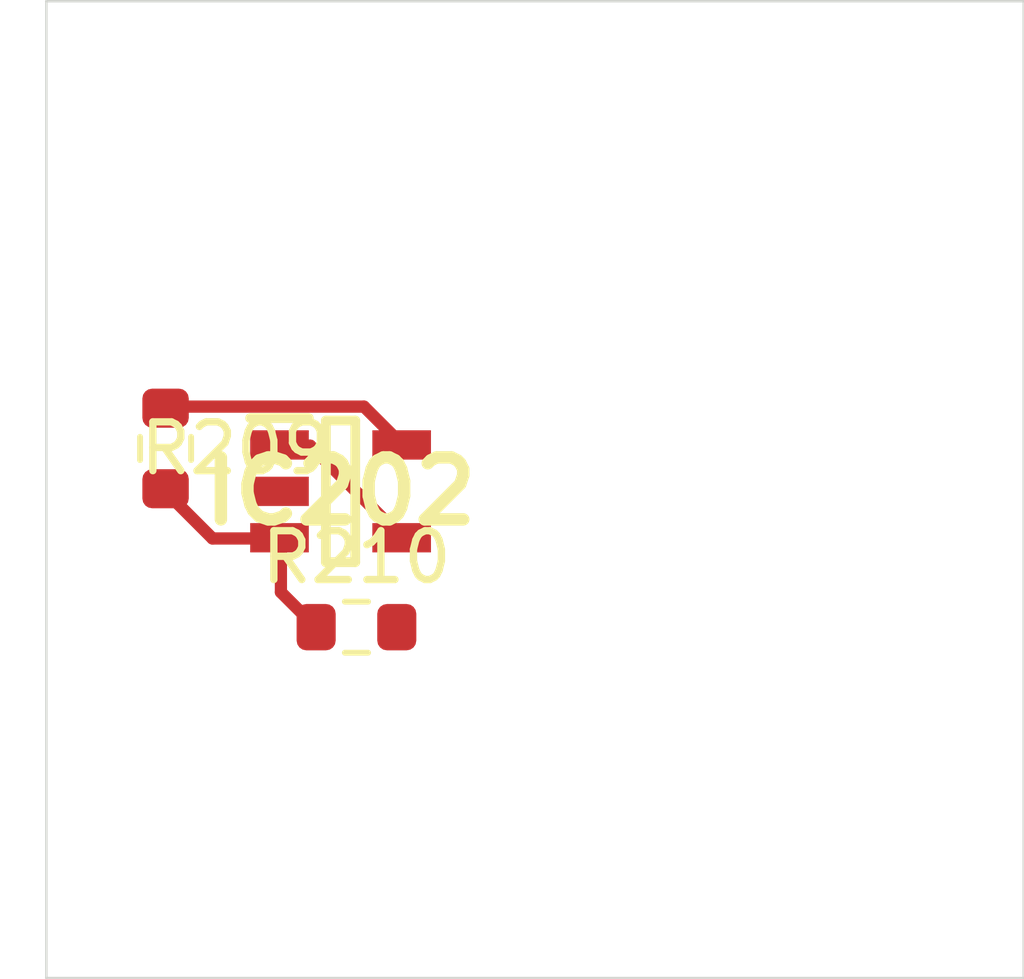
<source format=kicad_pcb>
 ( kicad_pcb  ( version 20171130 )
 ( host pcbnew 5.1.12-84ad8e8a86~92~ubuntu18.04.1 )
 ( general  ( thickness 1.6 )
 ( drawings 4 )
 ( tracks 0 )
 ( zones 0 )
 ( modules 3 )
 ( nets 5 )
)
 ( page A4 )
 ( layers  ( 0 F.Cu signal )
 ( 31 B.Cu signal )
 ( 32 B.Adhes user )
 ( 33 F.Adhes user )
 ( 34 B.Paste user )
 ( 35 F.Paste user )
 ( 36 B.SilkS user )
 ( 37 F.SilkS user )
 ( 38 B.Mask user )
 ( 39 F.Mask user )
 ( 40 Dwgs.User user )
 ( 41 Cmts.User user )
 ( 42 Eco1.User user )
 ( 43 Eco2.User user )
 ( 44 Edge.Cuts user )
 ( 45 Margin user )
 ( 46 B.CrtYd user )
 ( 47 F.CrtYd user )
 ( 48 B.Fab user )
 ( 49 F.Fab user )
)
 ( setup  ( last_trace_width 0.25 )
 ( trace_clearance 0.2 )
 ( zone_clearance 0.508 )
 ( zone_45_only no )
 ( trace_min 0.2 )
 ( via_size 0.8 )
 ( via_drill 0.4 )
 ( via_min_size 0.4 )
 ( via_min_drill 0.3 )
 ( uvia_size 0.3 )
 ( uvia_drill 0.1 )
 ( uvias_allowed no )
 ( uvia_min_size 0.2 )
 ( uvia_min_drill 0.1 )
 ( edge_width 0.05 )
 ( segment_width 0.2 )
 ( pcb_text_width 0.3 )
 ( pcb_text_size 1.5 1.5 )
 ( mod_edge_width 0.12 )
 ( mod_text_size 1 1 )
 ( mod_text_width 0.15 )
 ( pad_size 1.524 1.524 )
 ( pad_drill 0.762 )
 ( pad_to_mask_clearance 0 )
 ( aux_axis_origin 0 0 )
 ( visible_elements FFFFFF7F )
 ( pcbplotparams  ( layerselection 0x010fc_ffffffff )
 ( usegerberextensions false )
 ( usegerberattributes true )
 ( usegerberadvancedattributes true )
 ( creategerberjobfile true )
 ( excludeedgelayer true )
 ( linewidth 0.100000 )
 ( plotframeref false )
 ( viasonmask false )
 ( mode 1 )
 ( useauxorigin false )
 ( hpglpennumber 1 )
 ( hpglpenspeed 20 )
 ( hpglpendiameter 15.000000 )
 ( psnegative false )
 ( psa4output false )
 ( plotreference true )
 ( plotvalue true )
 ( plotinvisibletext false )
 ( padsonsilk false )
 ( subtractmaskfromsilk false )
 ( outputformat 1 )
 ( mirror false )
 ( drillshape 1 )
 ( scaleselection 1 )
 ( outputdirectory "" )
)
)
 ( net 0 "" )
 ( net 1 GND )
 ( net 2 VDDA )
 ( net 3 /Sheet6235D886/vp )
 ( net 4 "Net-(IC202-Pad3)" )
 ( net_class Default "This is the default net class."  ( clearance 0.2 )
 ( trace_width 0.25 )
 ( via_dia 0.8 )
 ( via_drill 0.4 )
 ( uvia_dia 0.3 )
 ( uvia_drill 0.1 )
 ( add_net /Sheet6235D886/vp )
 ( add_net GND )
 ( add_net "Net-(IC202-Pad3)" )
 ( add_net VDDA )
)
 ( module SOT95P280X145-5N locked  ( layer F.Cu )
 ( tedit 62336ED7 )
 ( tstamp 623423ED )
 ( at 86.020900 110.035000 )
 ( descr DBV0005A )
 ( tags "Integrated Circuit" )
 ( path /6235D887/6266C08E )
 ( attr smd )
 ( fp_text reference IC202  ( at 0 0 )
 ( layer F.SilkS )
 ( effects  ( font  ( size 1.27 1.27 )
 ( thickness 0.254 )
)
)
)
 ( fp_text value TL071HIDBVR  ( at 0 0 )
 ( layer F.SilkS )
hide  ( effects  ( font  ( size 1.27 1.27 )
 ( thickness 0.254 )
)
)
)
 ( fp_line  ( start -1.85 -1.5 )
 ( end -0.65 -1.5 )
 ( layer F.SilkS )
 ( width 0.2 )
)
 ( fp_line  ( start -0.3 1.45 )
 ( end -0.3 -1.45 )
 ( layer F.SilkS )
 ( width 0.2 )
)
 ( fp_line  ( start 0.3 1.45 )
 ( end -0.3 1.45 )
 ( layer F.SilkS )
 ( width 0.2 )
)
 ( fp_line  ( start 0.3 -1.45 )
 ( end 0.3 1.45 )
 ( layer F.SilkS )
 ( width 0.2 )
)
 ( fp_line  ( start -0.3 -1.45 )
 ( end 0.3 -1.45 )
 ( layer F.SilkS )
 ( width 0.2 )
)
 ( fp_line  ( start -0.8 -0.5 )
 ( end 0.15 -1.45 )
 ( layer Dwgs.User )
 ( width 0.1 )
)
 ( fp_line  ( start -0.8 1.45 )
 ( end -0.8 -1.45 )
 ( layer Dwgs.User )
 ( width 0.1 )
)
 ( fp_line  ( start 0.8 1.45 )
 ( end -0.8 1.45 )
 ( layer Dwgs.User )
 ( width 0.1 )
)
 ( fp_line  ( start 0.8 -1.45 )
 ( end 0.8 1.45 )
 ( layer Dwgs.User )
 ( width 0.1 )
)
 ( fp_line  ( start -0.8 -1.45 )
 ( end 0.8 -1.45 )
 ( layer Dwgs.User )
 ( width 0.1 )
)
 ( fp_line  ( start -2.1 1.775 )
 ( end -2.1 -1.775 )
 ( layer Dwgs.User )
 ( width 0.05 )
)
 ( fp_line  ( start 2.1 1.775 )
 ( end -2.1 1.775 )
 ( layer Dwgs.User )
 ( width 0.05 )
)
 ( fp_line  ( start 2.1 -1.775 )
 ( end 2.1 1.775 )
 ( layer Dwgs.User )
 ( width 0.05 )
)
 ( fp_line  ( start -2.1 -1.775 )
 ( end 2.1 -1.775 )
 ( layer Dwgs.User )
 ( width 0.05 )
)
 ( pad 1 smd rect  ( at -1.25 -0.95 90.000000 )
 ( size 0.6 1.2 )
 ( layers F.Cu F.Mask F.Paste )
 ( net 3 /Sheet6235D886/vp )
)
 ( pad 2 smd rect  ( at -1.25 0 90.000000 )
 ( size 0.6 1.2 )
 ( layers F.Cu F.Mask F.Paste )
 ( net 1 GND )
)
 ( pad 3 smd rect  ( at -1.25 0.95 90.000000 )
 ( size 0.6 1.2 )
 ( layers F.Cu F.Mask F.Paste )
 ( net 4 "Net-(IC202-Pad3)" )
)
 ( pad 4 smd rect  ( at 1.25 0.95 90.000000 )
 ( size 0.6 1.2 )
 ( layers F.Cu F.Mask F.Paste )
 ( net 3 /Sheet6235D886/vp )
)
 ( pad 5 smd rect  ( at 1.25 -0.95 90.000000 )
 ( size 0.6 1.2 )
 ( layers F.Cu F.Mask F.Paste )
 ( net 2 VDDA )
)
)
 ( module Resistor_SMD:R_0603_1608Metric  ( layer F.Cu )
 ( tedit 5F68FEEE )
 ( tstamp 62342595 )
 ( at 82.439700 109.157000 270.000000 )
 ( descr "Resistor SMD 0603 (1608 Metric), square (rectangular) end terminal, IPC_7351 nominal, (Body size source: IPC-SM-782 page 72, https://www.pcb-3d.com/wordpress/wp-content/uploads/ipc-sm-782a_amendment_1_and_2.pdf), generated with kicad-footprint-generator" )
 ( tags resistor )
 ( path /6235D887/623CDBD9 )
 ( attr smd )
 ( fp_text reference R209  ( at 0 -1.43 )
 ( layer F.SilkS )
 ( effects  ( font  ( size 1 1 )
 ( thickness 0.15 )
)
)
)
 ( fp_text value 100k  ( at 0 1.43 )
 ( layer F.Fab )
 ( effects  ( font  ( size 1 1 )
 ( thickness 0.15 )
)
)
)
 ( fp_line  ( start -0.8 0.4125 )
 ( end -0.8 -0.4125 )
 ( layer F.Fab )
 ( width 0.1 )
)
 ( fp_line  ( start -0.8 -0.4125 )
 ( end 0.8 -0.4125 )
 ( layer F.Fab )
 ( width 0.1 )
)
 ( fp_line  ( start 0.8 -0.4125 )
 ( end 0.8 0.4125 )
 ( layer F.Fab )
 ( width 0.1 )
)
 ( fp_line  ( start 0.8 0.4125 )
 ( end -0.8 0.4125 )
 ( layer F.Fab )
 ( width 0.1 )
)
 ( fp_line  ( start -0.237258 -0.5225 )
 ( end 0.237258 -0.5225 )
 ( layer F.SilkS )
 ( width 0.12 )
)
 ( fp_line  ( start -0.237258 0.5225 )
 ( end 0.237258 0.5225 )
 ( layer F.SilkS )
 ( width 0.12 )
)
 ( fp_line  ( start -1.48 0.73 )
 ( end -1.48 -0.73 )
 ( layer F.CrtYd )
 ( width 0.05 )
)
 ( fp_line  ( start -1.48 -0.73 )
 ( end 1.48 -0.73 )
 ( layer F.CrtYd )
 ( width 0.05 )
)
 ( fp_line  ( start 1.48 -0.73 )
 ( end 1.48 0.73 )
 ( layer F.CrtYd )
 ( width 0.05 )
)
 ( fp_line  ( start 1.48 0.73 )
 ( end -1.48 0.73 )
 ( layer F.CrtYd )
 ( width 0.05 )
)
 ( fp_text user %R  ( at 0 0 )
 ( layer F.Fab )
 ( effects  ( font  ( size 0.4 0.4 )
 ( thickness 0.06 )
)
)
)
 ( pad 1 smd roundrect  ( at -0.825 0 270.000000 )
 ( size 0.8 0.95 )
 ( layers F.Cu F.Mask F.Paste )
 ( roundrect_rratio 0.25 )
 ( net 2 VDDA )
)
 ( pad 2 smd roundrect  ( at 0.825 0 270.000000 )
 ( size 0.8 0.95 )
 ( layers F.Cu F.Mask F.Paste )
 ( roundrect_rratio 0.25 )
 ( net 4 "Net-(IC202-Pad3)" )
)
 ( model ${KISYS3DMOD}/Resistor_SMD.3dshapes/R_0603_1608Metric.wrl  ( at  ( xyz 0 0 0 )
)
 ( scale  ( xyz 1 1 1 )
)
 ( rotate  ( xyz 0 0 0 )
)
)
)
 ( module Resistor_SMD:R_0603_1608Metric  ( layer F.Cu )
 ( tedit 5F68FEEE )
 ( tstamp 623425A6 )
 ( at 86.346100 112.816000 )
 ( descr "Resistor SMD 0603 (1608 Metric), square (rectangular) end terminal, IPC_7351 nominal, (Body size source: IPC-SM-782 page 72, https://www.pcb-3d.com/wordpress/wp-content/uploads/ipc-sm-782a_amendment_1_and_2.pdf), generated with kicad-footprint-generator" )
 ( tags resistor )
 ( path /6235D887/623CDBDF )
 ( attr smd )
 ( fp_text reference R210  ( at 0 -1.43 )
 ( layer F.SilkS )
 ( effects  ( font  ( size 1 1 )
 ( thickness 0.15 )
)
)
)
 ( fp_text value 100k  ( at 0 1.43 )
 ( layer F.Fab )
 ( effects  ( font  ( size 1 1 )
 ( thickness 0.15 )
)
)
)
 ( fp_line  ( start 1.48 0.73 )
 ( end -1.48 0.73 )
 ( layer F.CrtYd )
 ( width 0.05 )
)
 ( fp_line  ( start 1.48 -0.73 )
 ( end 1.48 0.73 )
 ( layer F.CrtYd )
 ( width 0.05 )
)
 ( fp_line  ( start -1.48 -0.73 )
 ( end 1.48 -0.73 )
 ( layer F.CrtYd )
 ( width 0.05 )
)
 ( fp_line  ( start -1.48 0.73 )
 ( end -1.48 -0.73 )
 ( layer F.CrtYd )
 ( width 0.05 )
)
 ( fp_line  ( start -0.237258 0.5225 )
 ( end 0.237258 0.5225 )
 ( layer F.SilkS )
 ( width 0.12 )
)
 ( fp_line  ( start -0.237258 -0.5225 )
 ( end 0.237258 -0.5225 )
 ( layer F.SilkS )
 ( width 0.12 )
)
 ( fp_line  ( start 0.8 0.4125 )
 ( end -0.8 0.4125 )
 ( layer F.Fab )
 ( width 0.1 )
)
 ( fp_line  ( start 0.8 -0.4125 )
 ( end 0.8 0.4125 )
 ( layer F.Fab )
 ( width 0.1 )
)
 ( fp_line  ( start -0.8 -0.4125 )
 ( end 0.8 -0.4125 )
 ( layer F.Fab )
 ( width 0.1 )
)
 ( fp_line  ( start -0.8 0.4125 )
 ( end -0.8 -0.4125 )
 ( layer F.Fab )
 ( width 0.1 )
)
 ( fp_text user %R  ( at 0 0 )
 ( layer F.Fab )
 ( effects  ( font  ( size 0.4 0.4 )
 ( thickness 0.06 )
)
)
)
 ( pad 2 smd roundrect  ( at 0.825 0 )
 ( size 0.8 0.95 )
 ( layers F.Cu F.Mask F.Paste )
 ( roundrect_rratio 0.25 )
 ( net 1 GND )
)
 ( pad 1 smd roundrect  ( at -0.825 0 )
 ( size 0.8 0.95 )
 ( layers F.Cu F.Mask F.Paste )
 ( roundrect_rratio 0.25 )
 ( net 4 "Net-(IC202-Pad3)" )
)
 ( model ${KISYS3DMOD}/Resistor_SMD.3dshapes/R_0603_1608Metric.wrl  ( at  ( xyz 0 0 0 )
)
 ( scale  ( xyz 1 1 1 )
)
 ( rotate  ( xyz 0 0 0 )
)
)
)
 ( gr_line  ( start 100 100 )
 ( end 100 120 )
 ( layer Edge.Cuts )
 ( width 0.05 )
 ( tstamp 62E770C4 )
)
 ( gr_line  ( start 80 120 )
 ( end 100 120 )
 ( layer Edge.Cuts )
 ( width 0.05 )
 ( tstamp 62E770C0 )
)
 ( gr_line  ( start 80 100 )
 ( end 100 100 )
 ( layer Edge.Cuts )
 ( width 0.05 )
 ( tstamp 6234110C )
)
 ( gr_line  ( start 80 100 )
 ( end 80 120 )
 ( layer Edge.Cuts )
 ( width 0.05 )
)
 ( segment  ( start 82.400001 108.300002 )
 ( end 86.500001 108.300002 )
 ( width 0.250000 )
 ( layer F.Cu )
 ( net 2 )
)
 ( segment  ( start 86.500001 108.300002 )
 ( end 87.300001 109.100002 )
 ( width 0.250000 )
 ( layer F.Cu )
 ( net 2 )
)
 ( segment  ( start 87.300001 111.000002 )
 ( end 85.400001 109.100002 )
 ( width 0.250000 )
 ( layer F.Cu )
 ( net 3 )
)
 ( segment  ( start 85.400001 109.100002 )
 ( end 84.800001 109.100002 )
 ( width 0.250000 )
 ( layer F.Cu )
 ( net 3 )
)
 ( segment  ( start 82.400001 110.000002 )
 ( end 83.400001 111.000002 )
 ( width 0.250000 )
 ( layer F.Cu )
 ( net 4 )
)
 ( segment  ( start 83.400001 111.000002 )
 ( end 84.800001 111.000002 )
 ( width 0.250000 )
 ( layer F.Cu )
 ( net 4 )
)
 ( segment  ( start 85.500001 112.800002 )
 ( end 84.800001 112.100002 )
 ( width 0.250000 )
 ( layer F.Cu )
 ( net 4 )
)
 ( segment  ( start 84.800001 112.100002 )
 ( end 84.800001 111.000002 )
 ( width 0.250000 )
 ( layer F.Cu )
 ( net 4 )
)
)

</source>
